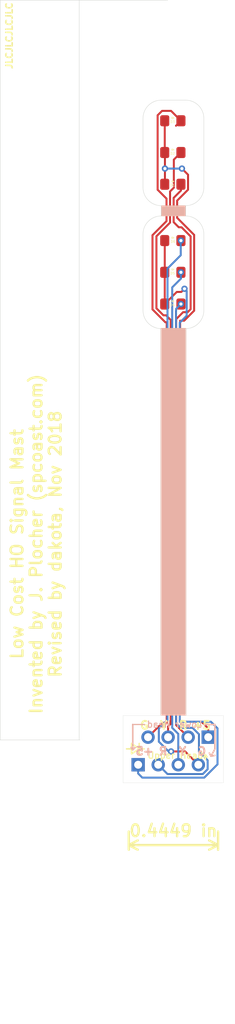
<source format=kicad_pcb>
(kicad_pcb (version 20171130) (host pcbnew "(5.0.0)")

  (general
    (thickness 1.6)
    (drawings 74)
    (tracks 122)
    (zones 0)
    (modules 8)
    (nets 9)
  )

  (page A4)
  (layers
    (0 F.Cu signal)
    (31 B.Cu signal)
    (32 B.Adhes user)
    (33 F.Adhes user)
    (34 B.Paste user)
    (35 F.Paste user)
    (36 B.SilkS user hide)
    (37 F.SilkS user)
    (38 B.Mask user)
    (39 F.Mask user)
    (40 Dwgs.User user)
    (41 Cmts.User user)
    (42 Eco1.User user)
    (43 Eco2.User user)
    (44 Edge.Cuts user)
    (45 Margin user)
    (46 B.CrtYd user)
    (47 F.CrtYd user)
    (48 B.Fab user)
    (49 F.Fab user hide)
  )

  (setup
    (last_trace_width 0.25)
    (trace_clearance 0.2)
    (zone_clearance 0.508)
    (zone_45_only no)
    (trace_min 0.2)
    (segment_width 0.2)
    (edge_width 0.0254)
    (via_size 0.8)
    (via_drill 0.4)
    (via_min_size 0.4)
    (via_min_drill 0.3)
    (uvia_size 0.3)
    (uvia_drill 0.1)
    (uvias_allowed no)
    (uvia_min_size 0.2)
    (uvia_min_drill 0.1)
    (pcb_text_width 0.3)
    (pcb_text_size 1.5 1.5)
    (mod_edge_width 0.15)
    (mod_text_size 1 1)
    (mod_text_width 0.15)
    (pad_size 1.524 1.524)
    (pad_drill 0.762)
    (pad_to_mask_clearance 0.2)
    (aux_axis_origin 0 0)
    (visible_elements 7FFFFFFF)
    (pcbplotparams
      (layerselection 0x012fc_ffffffff)
      (usegerberextensions true)
      (usegerberattributes false)
      (usegerberadvancedattributes false)
      (creategerberjobfile false)
      (excludeedgelayer true)
      (linewidth 0.100000)
      (plotframeref false)
      (viasonmask false)
      (mode 1)
      (useauxorigin false)
      (hpglpennumber 1)
      (hpglpenspeed 20)
      (hpglpendiameter 15.000000)
      (psnegative false)
      (psa4output false)
      (plotreference true)
      (plotvalue true)
      (plotinvisibletext false)
      (padsonsilk false)
      (subtractmaskfromsilk false)
      (outputformat 1)
      (mirror false)
      (drillshape 0)
      (scaleselection 1)
      (outputdirectory "gerber/"))
  )

  (net 0 "")
  (net 1 /RED1)
  (net 2 /+5V_1)
  (net 3 /YELLOW1)
  (net 4 /GREEN1)
  (net 5 /RED2)
  (net 6 /+5V_2)
  (net 7 /YELLOW2)
  (net 8 /GREEN2)

  (net_class Default "This is the default net class."
    (clearance 0.2)
    (trace_width 0.25)
    (via_dia 0.8)
    (via_drill 0.4)
    (uvia_dia 0.3)
    (uvia_drill 0.1)
    (add_net /+5V_1)
    (add_net /+5V_2)
    (add_net /GREEN1)
    (add_net /GREEN2)
    (add_net /RED1)
    (add_net /RED2)
    (add_net /YELLOW1)
    (add_net /YELLOW2)
  )

  (module dakota_footprints:LED_0805_HandSolder_Pretty (layer F.Cu) (tedit 5BF1C5E0) (tstamp 5C157439)
    (at 36.9 97.35 180)
    (descr "LED SMD 0805 (2012 Metric), square (rectangular) end terminal, IPC_7351 nominal, (Body size source: https://docs.google.com/spreadsheets/d/1BsfQQcO9C6DZCsRaXUlFlo91Tg2WpOkGARC1WS5S8t0/edit?usp=sharing), generated with kicad-footprint-generator")
    (tags "LED handsolder")
    (path /5BF0CC68)
    (attr smd)
    (fp_text reference D4 (at 0.0508 -0.127 180) (layer F.SilkS)
      (effects (font (size 0.3 0.3) (thickness 0.05)))
    )
    (fp_text value LED (at 0 1.65 180) (layer F.Fab)
      (effects (font (size 1 1) (thickness 0.15)))
    )
    (fp_line (start 0.1016 0.3556) (end 0.2032 0.3556) (layer F.SilkS) (width 0.05))
    (fp_line (start -0.0762 0.3556) (end -0.0762 0.254) (layer F.SilkS) (width 0.05))
    (fp_line (start -0.0762 0.3556) (end -0.0762 0.4572) (layer F.SilkS) (width 0.05))
    (fp_line (start -0.0762 0.3556) (end -0.1778 0.3556) (layer F.SilkS) (width 0.05))
    (fp_line (start 0.1016 0.4826) (end -0.0762 0.3556) (layer F.SilkS) (width 0.05))
    (fp_line (start 0.1016 0.2286) (end -0.0762 0.3556) (layer F.SilkS) (width 0.05))
    (fp_line (start 0.1016 0.4826) (end 0.1016 0.2286) (layer F.SilkS) (width 0.05))
    (fp_text user %R (at 0.127 -1.3462 180) (layer F.Fab)
      (effects (font (size 0.5 0.5) (thickness 0.08)))
    )
    (fp_line (start 1.85 0.95) (end -1.85 0.95) (layer F.CrtYd) (width 0.05))
    (fp_line (start 1.85 -0.95) (end 1.85 0.95) (layer F.CrtYd) (width 0.05))
    (fp_line (start -1.85 -0.95) (end 1.85 -0.95) (layer F.CrtYd) (width 0.05))
    (fp_line (start -1.85 0.95) (end -1.85 -0.95) (layer F.CrtYd) (width 0.05))
    (fp_line (start 1 0.6) (end 1 -0.6) (layer F.Fab) (width 0.1))
    (fp_line (start -1 0.6) (end 1 0.6) (layer F.Fab) (width 0.1))
    (fp_line (start -1 -0.3) (end -1 0.6) (layer F.Fab) (width 0.1))
    (fp_line (start -0.7 -0.6) (end -1 -0.3) (layer F.Fab) (width 0.1))
    (fp_line (start 1 -0.6) (end -0.7 -0.6) (layer F.Fab) (width 0.1))
    (pad 2 smd roundrect (at 1.025 0 180) (size 1.15 1.4) (layers F.Cu F.Paste F.Mask) (roundrect_rratio 0.217391)
      (net 6 /+5V_2))
    (pad 1 smd roundrect (at -1.025 0 180) (size 1.15 1.4) (layers F.Cu F.Paste F.Mask) (roundrect_rratio 0.217391)
      (net 5 /RED2))
    (model ${KISYS3DMOD}/LED_SMD.3dshapes/LED_0805_2012Metric.wrl
      (at (xyz 0 0 0))
      (scale (xyz 1 1 1))
      (rotate (xyz 0 0 0))
    )
  )

  (module dakota_footprints:LED_0805_HandSolder_Pretty (layer F.Cu) (tedit 5BF1C5E0) (tstamp 5BF43D63)
    (at 36.9 74.25 180)
    (descr "LED SMD 0805 (2012 Metric), square (rectangular) end terminal, IPC_7351 nominal, (Body size source: https://docs.google.com/spreadsheets/d/1BsfQQcO9C6DZCsRaXUlFlo91Tg2WpOkGARC1WS5S8t0/edit?usp=sharing), generated with kicad-footprint-generator")
    (tags "LED handsolder")
    (path /5BF0BA44)
    (attr smd)
    (fp_text reference D3 (at 0.0508 -0.127 180) (layer F.SilkS)
      (effects (font (size 0.3 0.3) (thickness 0.05)))
    )
    (fp_text value LED (at 0 1.65 180) (layer F.Fab)
      (effects (font (size 1 1) (thickness 0.15)))
    )
    (fp_line (start 1 -0.6) (end -0.7 -0.6) (layer F.Fab) (width 0.1))
    (fp_line (start -0.7 -0.6) (end -1 -0.3) (layer F.Fab) (width 0.1))
    (fp_line (start -1 -0.3) (end -1 0.6) (layer F.Fab) (width 0.1))
    (fp_line (start -1 0.6) (end 1 0.6) (layer F.Fab) (width 0.1))
    (fp_line (start 1 0.6) (end 1 -0.6) (layer F.Fab) (width 0.1))
    (fp_line (start -1.85 0.95) (end -1.85 -0.95) (layer F.CrtYd) (width 0.05))
    (fp_line (start -1.85 -0.95) (end 1.85 -0.95) (layer F.CrtYd) (width 0.05))
    (fp_line (start 1.85 -0.95) (end 1.85 0.95) (layer F.CrtYd) (width 0.05))
    (fp_line (start 1.85 0.95) (end -1.85 0.95) (layer F.CrtYd) (width 0.05))
    (fp_text user %R (at 0.127 -1.3462 180) (layer F.Fab)
      (effects (font (size 0.5 0.5) (thickness 0.08)))
    )
    (fp_line (start 0.1016 0.4826) (end 0.1016 0.2286) (layer F.SilkS) (width 0.05))
    (fp_line (start 0.1016 0.2286) (end -0.0762 0.3556) (layer F.SilkS) (width 0.05))
    (fp_line (start 0.1016 0.4826) (end -0.0762 0.3556) (layer F.SilkS) (width 0.05))
    (fp_line (start -0.0762 0.3556) (end -0.1778 0.3556) (layer F.SilkS) (width 0.05))
    (fp_line (start -0.0762 0.3556) (end -0.0762 0.4572) (layer F.SilkS) (width 0.05))
    (fp_line (start -0.0762 0.3556) (end -0.0762 0.254) (layer F.SilkS) (width 0.05))
    (fp_line (start 0.1016 0.3556) (end 0.2032 0.3556) (layer F.SilkS) (width 0.05))
    (pad 1 smd roundrect (at -1.025 0 180) (size 1.15 1.4) (layers F.Cu F.Paste F.Mask) (roundrect_rratio 0.217391)
      (net 4 /GREEN1))
    (pad 2 smd roundrect (at 1.025 0 180) (size 1.15 1.4) (layers F.Cu F.Paste F.Mask) (roundrect_rratio 0.217391)
      (net 2 /+5V_1))
    (model ${KISYS3DMOD}/LED_SMD.3dshapes/LED_0805_2012Metric.wrl
      (at (xyz 0 0 0))
      (scale (xyz 1 1 1))
      (rotate (xyz 0 0 0))
    )
  )

  (module dakota_footprints:LED_0805_HandSolder_Pretty (layer F.Cu) (tedit 5BF1C5E0) (tstamp 5C15720C)
    (at 36.9 82.25 180)
    (descr "LED SMD 0805 (2012 Metric), square (rectangular) end terminal, IPC_7351 nominal, (Body size source: https://docs.google.com/spreadsheets/d/1BsfQQcO9C6DZCsRaXUlFlo91Tg2WpOkGARC1WS5S8t0/edit?usp=sharing), generated with kicad-footprint-generator")
    (tags "LED handsolder")
    (path /5BF0B96A)
    (attr smd)
    (fp_text reference D1 (at 0.0508 -0.127 180) (layer F.SilkS)
      (effects (font (size 0.3 0.3) (thickness 0.05)))
    )
    (fp_text value LED (at 0 1.65 180) (layer F.Fab)
      (effects (font (size 1 1) (thickness 0.15)))
    )
    (fp_line (start 0.1016 0.3556) (end 0.2032 0.3556) (layer F.SilkS) (width 0.05))
    (fp_line (start -0.0762 0.3556) (end -0.0762 0.254) (layer F.SilkS) (width 0.05))
    (fp_line (start -0.0762 0.3556) (end -0.0762 0.4572) (layer F.SilkS) (width 0.05))
    (fp_line (start -0.0762 0.3556) (end -0.1778 0.3556) (layer F.SilkS) (width 0.05))
    (fp_line (start 0.1016 0.4826) (end -0.0762 0.3556) (layer F.SilkS) (width 0.05))
    (fp_line (start 0.1016 0.2286) (end -0.0762 0.3556) (layer F.SilkS) (width 0.05))
    (fp_line (start 0.1016 0.4826) (end 0.1016 0.2286) (layer F.SilkS) (width 0.05))
    (fp_text user %R (at 0.127 -1.3462 180) (layer F.Fab)
      (effects (font (size 0.5 0.5) (thickness 0.08)))
    )
    (fp_line (start 1.85 0.95) (end -1.85 0.95) (layer F.CrtYd) (width 0.05))
    (fp_line (start 1.85 -0.95) (end 1.85 0.95) (layer F.CrtYd) (width 0.05))
    (fp_line (start -1.85 -0.95) (end 1.85 -0.95) (layer F.CrtYd) (width 0.05))
    (fp_line (start -1.85 0.95) (end -1.85 -0.95) (layer F.CrtYd) (width 0.05))
    (fp_line (start 1 0.6) (end 1 -0.6) (layer F.Fab) (width 0.1))
    (fp_line (start -1 0.6) (end 1 0.6) (layer F.Fab) (width 0.1))
    (fp_line (start -1 -0.3) (end -1 0.6) (layer F.Fab) (width 0.1))
    (fp_line (start -0.7 -0.6) (end -1 -0.3) (layer F.Fab) (width 0.1))
    (fp_line (start 1 -0.6) (end -0.7 -0.6) (layer F.Fab) (width 0.1))
    (pad 2 smd roundrect (at 1.025 0 180) (size 1.15 1.4) (layers F.Cu F.Paste F.Mask) (roundrect_rratio 0.217391)
      (net 2 /+5V_1))
    (pad 1 smd roundrect (at -1.025 0 180) (size 1.15 1.4) (layers F.Cu F.Paste F.Mask) (roundrect_rratio 0.217391)
      (net 1 /RED1))
    (model ${KISYS3DMOD}/LED_SMD.3dshapes/LED_0805_2012Metric.wrl
      (at (xyz 0 0 0))
      (scale (xyz 1 1 1))
      (rotate (xyz 0 0 0))
    )
  )

  (module dakota_footprints:PinHeader_1x04_P2.54mm_Horizontal_Unmarked (layer F.Cu) (tedit 5BF35F4D) (tstamp 5BF43E11)
    (at 41.3804 151.95 270)
    (descr "Through hole angled pin header, 1x04, 2.54mm pitch, 6mm pin length, single row")
    (tags "Through hole angled pin header THT 1x04 2.54mm single row")
    (path /5BF0ADCE)
    (fp_text reference J1 (at 7.6 4.055 270) (layer F.SilkS) hide
      (effects (font (size 1 1) (thickness 0.15)))
    )
    (fp_text value Conn_01x04_Male (at 13.95 7.53 270) (layer F.Fab) hide
      (effects (font (size 1 1) (thickness 0.15)))
    )
    (fp_line (start -0.32 -0.32) (end 1.5 -0.32) (layer F.Fab) (width 0.1))
    (fp_line (start -0.32 -0.32) (end -0.32 0.32) (layer F.Fab) (width 0.1))
    (fp_line (start -0.32 0.32) (end 1.5 0.32) (layer F.Fab) (width 0.1))
    (fp_line (start -0.32 2.22) (end 1.5 2.22) (layer F.Fab) (width 0.1))
    (fp_line (start -0.32 2.22) (end -0.32 2.86) (layer F.Fab) (width 0.1))
    (fp_line (start -0.32 2.86) (end 1.5 2.86) (layer F.Fab) (width 0.1))
    (fp_line (start -0.32 4.76) (end 1.5 4.76) (layer F.Fab) (width 0.1))
    (fp_line (start -0.32 4.76) (end -0.32 5.4) (layer F.Fab) (width 0.1))
    (fp_line (start -0.32 5.4) (end 1.5 5.4) (layer F.Fab) (width 0.1))
    (fp_line (start -0.32 7.3) (end 1.5 7.3) (layer F.Fab) (width 0.1))
    (fp_line (start -0.32 7.3) (end -0.32 7.94) (layer F.Fab) (width 0.1))
    (fp_line (start -0.32 7.94) (end 1.5 7.94) (layer F.Fab) (width 0.1))
    (pad 1 thru_hole rect (at 0 0 270) (size 1.7 1.7) (drill 1) (layers *.Cu *.Mask)
      (net 2 /+5V_1))
    (pad 2 thru_hole oval (at 0 2.54 270) (size 1.7 1.7) (drill 1) (layers *.Cu *.Mask)
      (net 1 /RED1))
    (pad 3 thru_hole oval (at 0 5.08 270) (size 1.7 1.7) (drill 1) (layers *.Cu *.Mask)
      (net 3 /YELLOW1))
    (pad 4 thru_hole oval (at 0 7.62 270) (size 1.7 1.7) (drill 1) (layers *.Cu *.Mask)
      (net 4 /GREEN1))
    (model ${KISYS3DMOD}/Connector_PinHeader_2.54mm.3dshapes/PinHeader_1x04_P2.54mm_Horizontal.wrl
      (at (xyz 0 0 0))
      (scale (xyz 1 1 1))
      (rotate (xyz 0 0 0))
    )
  )

  (module dakota_footprints:PinHeader_1x04_P2.54mm_Horizontal_Unmarked (layer B.Cu) (tedit 5BF35F4D) (tstamp 5BF43DFE)
    (at 32.5104 155.425 270)
    (descr "Through hole angled pin header, 1x04, 2.54mm pitch, 6mm pin length, single row")
    (tags "Through hole angled pin header THT 1x04 2.54mm single row")
    (path /5BF0CC5D)
    (fp_text reference J2 (at 6 -3.415 270) (layer B.SilkS) hide
      (effects (font (size 1 1) (thickness 0.15)) (justify mirror))
    )
    (fp_text value Conn_01x04_Male (at 10.975 -7.49 270) (layer B.Fab) hide
      (effects (font (size 1 1) (thickness 0.15)) (justify mirror))
    )
    (fp_line (start -0.32 0.32) (end 1.5 0.32) (layer B.Fab) (width 0.1))
    (fp_line (start -0.32 0.32) (end -0.32 -0.32) (layer B.Fab) (width 0.1))
    (fp_line (start -0.32 -0.32) (end 1.5 -0.32) (layer B.Fab) (width 0.1))
    (fp_line (start -0.32 -2.22) (end 1.5 -2.22) (layer B.Fab) (width 0.1))
    (fp_line (start -0.32 -2.22) (end -0.32 -2.86) (layer B.Fab) (width 0.1))
    (fp_line (start -0.32 -2.86) (end 1.5 -2.86) (layer B.Fab) (width 0.1))
    (fp_line (start -0.32 -4.76) (end 1.5 -4.76) (layer B.Fab) (width 0.1))
    (fp_line (start -0.32 -4.76) (end -0.32 -5.4) (layer B.Fab) (width 0.1))
    (fp_line (start -0.32 -5.4) (end 1.5 -5.4) (layer B.Fab) (width 0.1))
    (fp_line (start -0.32 -7.3) (end 1.5 -7.3) (layer B.Fab) (width 0.1))
    (fp_line (start -0.32 -7.3) (end -0.32 -7.94) (layer B.Fab) (width 0.1))
    (fp_line (start -0.32 -7.94) (end 1.5 -7.94) (layer B.Fab) (width 0.1))
    (pad 1 thru_hole rect (at 0 0 270) (size 1.7 1.7) (drill 1) (layers *.Cu *.Mask)
      (net 6 /+5V_2))
    (pad 2 thru_hole oval (at 0 -2.54 270) (size 1.7 1.7) (drill 1) (layers *.Cu *.Mask)
      (net 5 /RED2))
    (pad 3 thru_hole oval (at 0 -5.08 270) (size 1.7 1.7) (drill 1) (layers *.Cu *.Mask)
      (net 7 /YELLOW2))
    (pad 4 thru_hole oval (at 0 -7.62 270) (size 1.7 1.7) (drill 1) (layers *.Cu *.Mask)
      (net 8 /GREEN2))
    (model ${KISYS3DMOD}/Connector_PinHeader_2.54mm.3dshapes/PinHeader_1x04_P2.54mm_Horizontal.wrl
      (at (xyz 0 0 0))
      (scale (xyz 1 1 1))
      (rotate (xyz 0 0 0))
    )
  )

  (module dakota_footprints:LED_0805_HandSolder_Pretty (layer F.Cu) (tedit 5BF1C5E0) (tstamp 5BF43D4D)
    (at 36.9 89.35 180)
    (descr "LED SMD 0805 (2012 Metric), square (rectangular) end terminal, IPC_7351 nominal, (Body size source: https://docs.google.com/spreadsheets/d/1BsfQQcO9C6DZCsRaXUlFlo91Tg2WpOkGARC1WS5S8t0/edit?usp=sharing), generated with kicad-footprint-generator")
    (tags "LED handsolder")
    (path /5BF0CC74)
    (attr smd)
    (fp_text reference D6 (at -0.025 -0.127 180) (layer F.SilkS)
      (effects (font (size 0.3 0.3) (thickness 0.05)))
    )
    (fp_text value LED (at 0 1.65 180) (layer F.Fab)
      (effects (font (size 1 1) (thickness 0.15)))
    )
    (fp_line (start 1 -0.6) (end -0.7 -0.6) (layer F.Fab) (width 0.1))
    (fp_line (start -0.7 -0.6) (end -1 -0.3) (layer F.Fab) (width 0.1))
    (fp_line (start -1 -0.3) (end -1 0.6) (layer F.Fab) (width 0.1))
    (fp_line (start -1 0.6) (end 1 0.6) (layer F.Fab) (width 0.1))
    (fp_line (start 1 0.6) (end 1 -0.6) (layer F.Fab) (width 0.1))
    (fp_line (start -1.85 0.95) (end -1.85 -0.95) (layer F.CrtYd) (width 0.05))
    (fp_line (start -1.85 -0.95) (end 1.85 -0.95) (layer F.CrtYd) (width 0.05))
    (fp_line (start 1.85 -0.95) (end 1.85 0.95) (layer F.CrtYd) (width 0.05))
    (fp_line (start 1.85 0.95) (end -1.85 0.95) (layer F.CrtYd) (width 0.05))
    (fp_text user %R (at 0.127 -1.3462 180) (layer F.Fab)
      (effects (font (size 0.5 0.5) (thickness 0.08)))
    )
    (fp_line (start 0.1016 0.4826) (end 0.1016 0.2286) (layer F.SilkS) (width 0.05))
    (fp_line (start 0.1016 0.2286) (end -0.0762 0.3556) (layer F.SilkS) (width 0.05))
    (fp_line (start 0.1016 0.4826) (end -0.0762 0.3556) (layer F.SilkS) (width 0.05))
    (fp_line (start -0.0762 0.3556) (end -0.1778 0.3556) (layer F.SilkS) (width 0.05))
    (fp_line (start -0.0762 0.3556) (end -0.0762 0.4572) (layer F.SilkS) (width 0.05))
    (fp_line (start -0.0762 0.3556) (end -0.0762 0.254) (layer F.SilkS) (width 0.05))
    (fp_line (start 0.1016 0.3556) (end 0.2032 0.3556) (layer F.SilkS) (width 0.05))
    (pad 1 smd roundrect (at -1.025 0 180) (size 1.15 1.4) (layers F.Cu F.Paste F.Mask) (roundrect_rratio 0.217391)
      (net 8 /GREEN2))
    (pad 2 smd roundrect (at 1.025 0 180) (size 1.15 1.4) (layers F.Cu F.Paste F.Mask) (roundrect_rratio 0.217391)
      (net 6 /+5V_2))
    (model ${KISYS3DMOD}/LED_SMD.3dshapes/LED_0805_2012Metric.wrl
      (at (xyz 0 0 0))
      (scale (xyz 1 1 1))
      (rotate (xyz 0 0 0))
    )
  )

  (module dakota_footprints:LED_0805_HandSolder_Pretty (layer F.Cu) (tedit 5BF1C5E0) (tstamp 5BF43D37)
    (at 36.9 78.25 180)
    (descr "LED SMD 0805 (2012 Metric), square (rectangular) end terminal, IPC_7351 nominal, (Body size source: https://docs.google.com/spreadsheets/d/1BsfQQcO9C6DZCsRaXUlFlo91Tg2WpOkGARC1WS5S8t0/edit?usp=sharing), generated with kicad-footprint-generator")
    (tags "LED handsolder")
    (path /5BF0BA14)
    (attr smd)
    (fp_text reference D2 (at 0.0508 -0.127 180) (layer F.SilkS)
      (effects (font (size 0.3 0.3) (thickness 0.05)))
    )
    (fp_text value LED (at 0 1.65 180) (layer F.Fab)
      (effects (font (size 1 1) (thickness 0.15)))
    )
    (fp_line (start 1 -0.6) (end -0.7 -0.6) (layer F.Fab) (width 0.1))
    (fp_line (start -0.7 -0.6) (end -1 -0.3) (layer F.Fab) (width 0.1))
    (fp_line (start -1 -0.3) (end -1 0.6) (layer F.Fab) (width 0.1))
    (fp_line (start -1 0.6) (end 1 0.6) (layer F.Fab) (width 0.1))
    (fp_line (start 1 0.6) (end 1 -0.6) (layer F.Fab) (width 0.1))
    (fp_line (start -1.85 0.95) (end -1.85 -0.95) (layer F.CrtYd) (width 0.05))
    (fp_line (start -1.85 -0.95) (end 1.85 -0.95) (layer F.CrtYd) (width 0.05))
    (fp_line (start 1.85 -0.95) (end 1.85 0.95) (layer F.CrtYd) (width 0.05))
    (fp_line (start 1.85 0.95) (end -1.85 0.95) (layer F.CrtYd) (width 0.05))
    (fp_text user %R (at 0.127 -1.3462 180) (layer F.Fab)
      (effects (font (size 0.5 0.5) (thickness 0.08)))
    )
    (fp_line (start 0.1016 0.4826) (end 0.1016 0.2286) (layer F.SilkS) (width 0.05))
    (fp_line (start 0.1016 0.2286) (end -0.0762 0.3556) (layer F.SilkS) (width 0.05))
    (fp_line (start 0.1016 0.4826) (end -0.0762 0.3556) (layer F.SilkS) (width 0.05))
    (fp_line (start -0.0762 0.3556) (end -0.1778 0.3556) (layer F.SilkS) (width 0.05))
    (fp_line (start -0.0762 0.3556) (end -0.0762 0.4572) (layer F.SilkS) (width 0.05))
    (fp_line (start -0.0762 0.3556) (end -0.0762 0.254) (layer F.SilkS) (width 0.05))
    (fp_line (start 0.1016 0.3556) (end 0.2032 0.3556) (layer F.SilkS) (width 0.05))
    (pad 1 smd roundrect (at -1.025 0 180) (size 1.15 1.4) (layers F.Cu F.Paste F.Mask) (roundrect_rratio 0.217391)
      (net 3 /YELLOW1))
    (pad 2 smd roundrect (at 1.025 0 180) (size 1.15 1.4) (layers F.Cu F.Paste F.Mask) (roundrect_rratio 0.217391)
      (net 2 /+5V_1))
    (model ${KISYS3DMOD}/LED_SMD.3dshapes/LED_0805_2012Metric.wrl
      (at (xyz 0 0 0))
      (scale (xyz 1 1 1))
      (rotate (xyz 0 0 0))
    )
  )

  (module dakota_footprints:LED_0805_HandSolder_Pretty (layer F.Cu) (tedit 5BF1C5E0) (tstamp 5BF43D0B)
    (at 36.9 93.35 180)
    (descr "LED SMD 0805 (2012 Metric), square (rectangular) end terminal, IPC_7351 nominal, (Body size source: https://docs.google.com/spreadsheets/d/1BsfQQcO9C6DZCsRaXUlFlo91Tg2WpOkGARC1WS5S8t0/edit?usp=sharing), generated with kicad-footprint-generator")
    (tags "LED handsolder")
    (path /5BF0CC6E)
    (attr smd)
    (fp_text reference D5 (at 0.0508 -0.127 180) (layer F.SilkS)
      (effects (font (size 0.3 0.3) (thickness 0.05)))
    )
    (fp_text value LED (at 0 1.65 180) (layer F.Fab)
      (effects (font (size 1 1) (thickness 0.15)))
    )
    (fp_line (start 1 -0.6) (end -0.7 -0.6) (layer F.Fab) (width 0.1))
    (fp_line (start -0.7 -0.6) (end -1 -0.3) (layer F.Fab) (width 0.1))
    (fp_line (start -1 -0.3) (end -1 0.6) (layer F.Fab) (width 0.1))
    (fp_line (start -1 0.6) (end 1 0.6) (layer F.Fab) (width 0.1))
    (fp_line (start 1 0.6) (end 1 -0.6) (layer F.Fab) (width 0.1))
    (fp_line (start -1.85 0.95) (end -1.85 -0.95) (layer F.CrtYd) (width 0.05))
    (fp_line (start -1.85 -0.95) (end 1.85 -0.95) (layer F.CrtYd) (width 0.05))
    (fp_line (start 1.85 -0.95) (end 1.85 0.95) (layer F.CrtYd) (width 0.05))
    (fp_line (start 1.85 0.95) (end -1.85 0.95) (layer F.CrtYd) (width 0.05))
    (fp_text user %R (at 0.127 -1.3462 180) (layer F.Fab)
      (effects (font (size 0.5 0.5) (thickness 0.08)))
    )
    (fp_line (start 0.1016 0.4826) (end 0.1016 0.2286) (layer F.SilkS) (width 0.05))
    (fp_line (start 0.1016 0.2286) (end -0.0762 0.3556) (layer F.SilkS) (width 0.05))
    (fp_line (start 0.1016 0.4826) (end -0.0762 0.3556) (layer F.SilkS) (width 0.05))
    (fp_line (start -0.0762 0.3556) (end -0.1778 0.3556) (layer F.SilkS) (width 0.05))
    (fp_line (start -0.0762 0.3556) (end -0.0762 0.4572) (layer F.SilkS) (width 0.05))
    (fp_line (start -0.0762 0.3556) (end -0.0762 0.254) (layer F.SilkS) (width 0.05))
    (fp_line (start 0.1016 0.3556) (end 0.2032 0.3556) (layer F.SilkS) (width 0.05))
    (pad 1 smd roundrect (at -1.025 0 180) (size 1.15 1.4) (layers F.Cu F.Paste F.Mask) (roundrect_rratio 0.217391)
      (net 7 /YELLOW2))
    (pad 2 smd roundrect (at 1.025 0 180) (size 1.15 1.4) (layers F.Cu F.Paste F.Mask) (roundrect_rratio 0.217391)
      (net 6 /+5V_2))
    (model ${KISYS3DMOD}/LED_SMD.3dshapes/LED_0805_2012Metric.wrl
      (at (xyz 0 0 0))
      (scale (xyz 1 1 1))
      (rotate (xyz 0 0 0))
    )
  )

  (gr_line (start 32.65 152.75) (end 32.65 154.05) (layer F.SilkS) (width 0.2))
  (gr_line (start 32.6 153.425) (end 33.25 153.425) (layer F.SilkS) (width 0.2))
  (gr_line (start 31.675 153.425) (end 31.05 153.425) (layer F.SilkS) (width 0.2))
  (gr_line (start 32.65 153.425) (end 31.725 152.775) (layer F.SilkS) (width 0.2))
  (gr_line (start 31.675 154.05) (end 32.65 153.425) (layer F.SilkS) (width 0.2))
  (gr_line (start 31.675 152.75) (end 31.675 154.05) (layer F.SilkS) (width 0.2))
  (gr_line (start 38.525 149.225) (end 38.525 149.15) (layer Edge.Cuts) (width 0.0254))
  (gr_line (start 43.3 149.225) (end 38.525 149.225) (layer Edge.Cuts) (width 0.0254))
  (gr_line (start 35.425 149.225) (end 35.425 149.15) (layer Edge.Cuts) (width 0.0254))
  (gr_line (start 30.6 149.225) (end 35.425 149.225) (layer Edge.Cuts) (width 0.0254))
  (gr_line (start 30.6 157.7) (end 30.6 149.225) (layer Edge.Cuts) (width 0.0254))
  (gr_line (start 43.3 157.7) (end 30.6 157.7) (layer Edge.Cuts) (width 0.0254))
  (gr_line (start 43.3 149.225) (end 43.3 157.7) (layer Edge.Cuts) (width 0.0254))
  (dimension 11.3 (width 0.3) (layer F.SilkS)
    (gr_text "0.4449 in" (at 36.975 167.65) (layer F.SilkS)
      (effects (font (size 1.5 1.5) (thickness 0.3)))
    )
    (feature1 (pts (xy 42.625 163.85) (xy 42.625 166.136421)))
    (feature2 (pts (xy 31.325 163.85) (xy 31.325 166.136421)))
    (crossbar (pts (xy 31.325 165.55) (xy 42.625 165.55)))
    (arrow1a (pts (xy 42.625 165.55) (xy 41.498496 166.136421)))
    (arrow1b (pts (xy 42.625 165.55) (xy 41.498496 164.963579)))
    (arrow2a (pts (xy 31.325 165.55) (xy 32.451504 166.136421)))
    (arrow2b (pts (xy 31.325 165.55) (xy 32.451504 164.963579)))
  )
  (gr_text "Low Cost HO Signal Mast\nInvented by J. Plocher (spcoast.com)\nRevised by dakota, Nov 2018" (at 19.6 127.6 90) (layer F.SilkS)
    (effects (font (size 1.5 1.5) (thickness 0.3)))
  )
  (gr_text JLCJLCJLCJLC (at 16.2 63.525 90) (layer F.SilkS)
    (effects (font (size 0.81 0.81) (thickness 0.2)))
  )
  (gr_line (start 15.05 59.05) (end 25.05 59.05) (layer Edge.Cuts) (width 0.05))
  (gr_line (start 15.05 152.3) (end 15.05 59.05) (layer Edge.Cuts) (width 0.05) (tstamp 5BF4575D))
  (gr_line (start 25.05 152.3) (end 15.05 152.3) (layer Edge.Cuts) (width 0.05))
  (gr_text "CUT OUT" (at 36.9 68.2) (layer Cmts.User) (tstamp 5BF43FD2)
    (effects (font (size 1.5 1.5) (thickness 0.3)))
  )
  (gr_text "CUT OUT" (at 33.65 107.225 90) (layer Cmts.User) (tstamp 5BF43FC9)
    (effects (font (size 1.5 1.5) (thickness 0.3)))
  )
  (gr_text "CUT OUT" (at 40.55 108.825 90) (layer Cmts.User) (tstamp 5BF43FC7)
    (effects (font (size 1.5 1.5) (thickness 0.3)))
  )
  (gr_text "CUT OUT" (at 40.475 136.825 90) (layer Cmts.User) (tstamp 5BF43FC5)
    (effects (font (size 1.5 1.5) (thickness 0.3)))
  )
  (gr_text "CUT OUT" (at 33.4 138.9 90) (layer Cmts.User)
    (effects (font (size 1.5 1.5) (thickness 0.3)))
  )
  (gr_line (start 36.25 59.05) (end 25.05 59.05) (layer Edge.Cuts) (width 0.05) (tstamp 5BF43FC1))
  (gr_line (start 25.05 152.3) (end 25.05 59.05) (layer Edge.Cuts) (width 0.05) (tstamp 5BF43E25))
  (gr_text "<----- V SCORE ------->" (at 24.95 105.6 90) (layer Cmts.User) (tstamp 5BF43D09)
    (effects (font (size 1.5 1.5) (thickness 0.3)))
  )
  (gr_line (start 25.05 152.3) (end 25.15 152.3) (layer Edge.Cuts) (width 0.05) (tstamp 5BF43CFD))
  (gr_line (start 41.025 154.15) (end 41.225 154.45) (layer F.SilkS) (width 0.2) (tstamp 5BF43CFC))
  (gr_line (start 32.125 153.25) (end 31.825 153.55) (layer B.SilkS) (width 0.2) (tstamp 5BF43CFB))
  (gr_line (start 42.225 153.45) (end 41.725 154.35) (layer B.SilkS) (width 0.2) (tstamp 5BF43CFA))
  (gr_line (start 40.825 154.45) (end 41.025 154.25) (layer F.SilkS) (width 0.2) (tstamp 5BF43CF9))
  (gr_line (start 40.925 150.35) (end 42.225 150.35) (layer B.SilkS) (width 0.2) (tstamp 5BF43CF8))
  (gr_line (start 41.025 154.75) (end 41.025 154.15) (layer F.SilkS) (width 0.2) (tstamp 5BF43CF7))
  (gr_poly (pts (xy 38.525 149.15) (xy 35.425 149.15) (xy 35.425 100.45) (xy 38.525 100.45)) (layer F.SilkS) (width 0.15) (tstamp 5BF43CF6))
  (gr_line (start 40.825 82.65) (end 40.825 73.95) (layer Edge.Cuts) (width 0.05) (tstamp 5BF43CF5))
  (gr_line (start 33.325 150.35) (end 31.825 150.35) (layer B.SilkS) (width 0.15) (tstamp 5BF43CF4))
  (gr_line (start 31.825 150.35) (end 31.825 153.55) (layer B.SilkS) (width 0.2) (tstamp 5BF43CF3))
  (gr_line (start 31.825 153.55) (end 31.625 153.25) (layer B.SilkS) (width 0.2) (tstamp 5BF43CF2))
  (gr_line (start 31.825 153.55) (end 32.125 153.25) (layer B.SilkS) (width 0.2) (tstamp 5BF43CF1))
  (gr_line (start 41.725 154.35) (end 42.225 154.25) (layer B.SilkS) (width 0.2) (tstamp 5BF43CF0))
  (gr_poly (pts (xy 35.425 84.95) (xy 38.525 84.95) (xy 38.525 86.25) (xy 35.425 86.25)) (layer F.SilkS) (width 0.05) (tstamp 5BF43CEF))
  (gr_line (start 41.725 154.35) (end 41.525 153.95) (layer B.SilkS) (width 0.2) (tstamp 5BF43CEE))
  (gr_line (start 41.025 154.15) (end 40.825 154.45) (layer F.SilkS) (width 0.2) (tstamp 5BF43CED))
  (gr_line (start 38.525 71.65) (end 35.425 71.65) (layer Edge.Cuts) (width 0.05) (tstamp 5BF43CEC))
  (gr_line (start 33.125 73.95) (end 33.125 82.65) (layer Edge.Cuts) (width 0.05) (tstamp 5BF43CEB))
  (gr_poly (pts (xy 38.525 149.15) (xy 35.425 149.15) (xy 35.425 100.45) (xy 38.525 100.45)) (layer B.SilkS) (width 0.15) (tstamp 5BF43CE9))
  (gr_line (start 25.05 143.5) (end 25.05 152.3) (layer Edge.Cuts) (width 0.05) (tstamp 5BF43CE8))
  (gr_line (start 42.225 150.35) (end 42.225 153.45) (layer B.SilkS) (width 0.2) (tstamp 5BF43CE7))
  (gr_arc (start 38.525 73.95) (end 40.825 73.95) (angle -90) (layer Edge.Cuts) (width 0.05) (tstamp 5BF43CE6))
  (gr_line (start 38.525 149.15) (end 38.525 144.75) (layer Edge.Cuts) (width 0.05) (tstamp 5BF43CE5))
  (gr_line (start 38.525 144.75) (end 38.525 100.65) (layer Edge.Cuts) (width 0.05) (tstamp 5BF43CE3))
  (gr_line (start 35.425 100.45) (end 35.425 100.65) (layer Edge.Cuts) (width 0.05) (tstamp 5BF43CE1))
  (gr_line (start 38.525 84.95) (end 38.525 86.25) (layer Edge.Cuts) (width 0.05) (tstamp 5BF43CE0))
  (gr_line (start 35.425 84.95) (end 35.425 86.25) (layer Edge.Cuts) (width 0.05) (tstamp 5BF43CDF))
  (gr_arc (start 38.525 98.15) (end 38.525 100.45) (angle -90) (layer Edge.Cuts) (width 0.05) (tstamp 5BF43CDE))
  (gr_line (start 33.125 88.55) (end 33.125 98.15) (layer Edge.Cuts) (width 0.05) (tstamp 5BF43CDD))
  (gr_arc (start 38.525 88.55) (end 40.825 88.55) (angle -90) (layer Edge.Cuts) (width 0.05) (tstamp 5BF43CDC))
  (gr_line (start 35.425 149.15) (end 35.425 145.45) (layer Edge.Cuts) (width 0.05) (tstamp 5BF43CDB))
  (gr_line (start 38.525 100.65) (end 38.525 100.45) (layer Edge.Cuts) (width 0.05) (tstamp 5BF43CDA))
  (gr_arc (start 35.425 98.15) (end 33.125 98.15) (angle -90) (layer Edge.Cuts) (width 0.05) (tstamp 5BF43CD9))
  (gr_line (start 35.425 145.45) (end 35.425 100.65) (layer Edge.Cuts) (width 0.05) (tstamp 5BF43CD7))
  (gr_arc (start 38.525 82.65) (end 38.525 84.95) (angle -90) (layer Edge.Cuts) (width 0.05) (tstamp 5BF43CD6))
  (gr_line (start 40.825 98.15) (end 40.825 91.95) (layer Edge.Cuts) (width 0.05) (tstamp 5BF43CD4))
  (gr_line (start 40.825 91.95) (end 40.825 88.55) (layer Edge.Cuts) (width 0.05) (tstamp 5BF43CD3))
  (gr_arc (start 35.425 88.55) (end 35.425 86.25) (angle -90) (layer Edge.Cuts) (width 0.05) (tstamp 5BF43CD2))
  (gr_arc (start 35.425 73.95) (end 35.425 71.65) (angle -90) (layer Edge.Cuts) (width 0.05) (tstamp 5BF43CD1))
  (gr_arc (start 35.425 82.65) (end 33.125 82.65) (angle -90) (layer Edge.Cuts) (width 0.05) (tstamp 5BF43CD0))
  (gr_text "Lower Head" (at 37.125 150.35) (layer B.SilkS) (tstamp 5BF43CCF)
    (effects (font (size 0.8 0.8) (thickness 0.15)) (justify mirror))
  )
  (gr_text "G  Y  R +5" (at 37.225 150.45) (layer F.SilkS) (tstamp 5BF43CCE)
    (effects (font (size 1 1) (thickness 0.25)))
  )
  (gr_text "G  Y  R +5" (at 36.65 153.725) (layer B.SilkS) (tstamp 5BF43CCD)
    (effects (font (size 1 1) (thickness 0.25)) (justify mirror))
  )
  (gr_text "Upper Head" (at 37.225 154.25) (layer F.SilkS) (tstamp 5BF43CCC)
    (effects (font (size 0.8 0.8) (thickness 0.15)))
  )
  (gr_poly (pts (xy 35.425 84.95) (xy 38.525 84.95) (xy 38.525 86.25) (xy 35.425 86.25)) (layer B.SilkS) (width 0.05) (tstamp 5BF43CB4))
  (dimension 11.90042 (width 0.3) (layer Eco1.User)
    (gr_text "11.900 mm" (at 38.641427 189.422905 359.5185342) (layer Eco1.User)
      (effects (font (size 1.5 1.5) (thickness 0.3)))
    )
    (feature1 (pts (xy 44.640862 183.590054) (xy 44.604145 187.959379)))
    (feature2 (pts (xy 32.740862 183.490054) (xy 32.704145 187.859379)))
    (crossbar (pts (xy 32.709073 187.272979) (xy 44.609073 187.372979)))
    (arrow1a (pts (xy 44.609073 187.372979) (xy 43.477681 187.949913)))
    (arrow1b (pts (xy 44.609073 187.372979) (xy 43.487537 186.777113)))
    (arrow2a (pts (xy 32.709073 187.272979) (xy 33.830609 187.868845)))
    (arrow2b (pts (xy 32.709073 187.272979) (xy 33.840465 186.696045)))
  )

  (segment (start 37.325 99.25) (end 37.325 150.4346) (width 0.25) (layer F.Cu) (net 1))
  (segment (start 38.2 98.375) (end 37.325 99.25) (width 0.25) (layer F.Cu) (net 1))
  (segment (start 37.325 150.4346) (end 38.8404 151.95) (width 0.25) (layer F.Cu) (net 1))
  (segment (start 38.775 98.375) (end 38.2 98.375) (width 0.25) (layer F.Cu) (net 1))
  (segment (start 39.15 98) (end 38.775 98.375) (width 0.25) (layer F.Cu) (net 1))
  (segment (start 39.15 88.825) (end 39.15 98) (width 0.25) (layer F.Cu) (net 1))
  (segment (start 37.925 83.05) (end 37.00001 83.97499) (width 0.25) (layer F.Cu) (net 1))
  (segment (start 37.925 82.25) (end 37.925 83.05) (width 0.25) (layer F.Cu) (net 1))
  (segment (start 37.00001 83.97499) (end 37.00001 87.02501) (width 0.25) (layer F.Cu) (net 1))
  (segment (start 37.00001 87.02501) (end 37.65 87.675) (width 0.25) (layer F.Cu) (net 1))
  (segment (start 37.65 87.675) (end 38 87.675) (width 0.25) (layer F.Cu) (net 1))
  (segment (start 38 87.675) (end 39.15 88.825) (width 0.25) (layer F.Cu) (net 1))
  (via (at 38.05 80.275) (size 0.8) (drill 0.4) (layers F.Cu B.Cu) (net 2))
  (via (at 35.9 80.275) (size 0.8) (drill 0.4) (layers F.Cu B.Cu) (net 2))
  (segment (start 38.05 80.275) (end 35.9 80.275) (width 0.25) (layer B.Cu) (net 2))
  (segment (start 35.9 78.275) (end 35.875 78.25) (width 0.25) (layer F.Cu) (net 2))
  (segment (start 35.9 80.275) (end 35.9 78.275) (width 0.25) (layer F.Cu) (net 2))
  (segment (start 35.9 82.225) (end 35.875 82.25) (width 0.25) (layer F.Cu) (net 2))
  (segment (start 35.9 80.275) (end 35.9 82.225) (width 0.25) (layer F.Cu) (net 2))
  (segment (start 35.875 77.45) (end 35.875 74.25) (width 0.25) (layer F.Cu) (net 2))
  (segment (start 35.875 78.25) (end 35.875 77.45) (width 0.25) (layer F.Cu) (net 2))
  (segment (start 40.53041 150.00001) (end 41.3804 150.85) (width 0.25) (layer F.Cu) (net 2))
  (segment (start 37.77501 150.00001) (end 40.53041 150.00001) (width 0.25) (layer F.Cu) (net 2))
  (segment (start 37.77501 120.29999) (end 37.77501 150.00001) (width 0.25) (layer F.Cu) (net 2))
  (segment (start 37.825 120.25) (end 37.77501 120.29999) (width 0.25) (layer F.Cu) (net 2))
  (segment (start 37.825 99.45) (end 37.825 120.25) (width 0.25) (layer F.Cu) (net 2))
  (segment (start 38.33641 99.45) (end 37.825 99.45) (width 0.25) (layer F.Cu) (net 2))
  (segment (start 39.6 98.18641) (end 38.33641 99.45) (width 0.25) (layer F.Cu) (net 2))
  (segment (start 38.05 80.275) (end 38.82501 81.05001) (width 0.25) (layer F.Cu) (net 2))
  (segment (start 38.82501 81.05001) (end 38.82501 82.93818) (width 0.25) (layer F.Cu) (net 2))
  (segment (start 38.82501 82.93818) (end 37.45002 84.31317) (width 0.25) (layer F.Cu) (net 2))
  (segment (start 37.45002 84.31317) (end 37.45002 86.48861) (width 0.25) (layer F.Cu) (net 2))
  (segment (start 41.3804 150.85) (end 41.3804 151.95) (width 0.25) (layer F.Cu) (net 2))
  (segment (start 37.45002 86.48861) (end 39.6 88.63859) (width 0.25) (layer F.Cu) (net 2))
  (segment (start 39.6 88.63859) (end 39.6 98.18641) (width 0.25) (layer F.Cu) (net 2))
  (segment (start 36.625 150.275) (end 36.3004 150.5996) (width 0.25) (layer F.Cu) (net 3))
  (segment (start 36.625 99.35) (end 36.625 150.275) (width 0.25) (layer F.Cu) (net 3))
  (segment (start 36.05 98.775) (end 36.625 99.35) (width 0.25) (layer F.Cu) (net 3))
  (segment (start 34.825 97.88819) (end 35.71181 98.775) (width 0.25) (layer F.Cu) (net 3))
  (segment (start 37.02499 79.15001) (end 37.02499 82.6882) (width 0.25) (layer F.Cu) (net 3))
  (segment (start 35.71181 98.775) (end 36.05 98.775) (width 0.25) (layer F.Cu) (net 3))
  (segment (start 37.925 78.25) (end 37.02499 79.15001) (width 0.25) (layer F.Cu) (net 3))
  (segment (start 36.3004 150.5996) (end 36.3004 151.95) (width 0.25) (layer F.Cu) (net 3))
  (segment (start 36.55 83.16319) (end 36.55 87.08681) (width 0.25) (layer F.Cu) (net 3))
  (segment (start 36.55 87.08681) (end 34.825 88.81181) (width 0.25) (layer F.Cu) (net 3))
  (segment (start 37.02499 82.6882) (end 36.55 83.16319) (width 0.25) (layer F.Cu) (net 3))
  (segment (start 34.825 88.81181) (end 34.825 97.88819) (width 0.25) (layer F.Cu) (net 3))
  (segment (start 36.125 99.64998) (end 36.17499 99.59999) (width 0.25) (layer F.Cu) (net 4) (tstamp 5BF43D97))
  (segment (start 37.301628 74.873372) (end 37.925 74.25) (width 0.25) (layer F.Cu) (net 4))
  (segment (start 36.125 99.64998) (end 35.95038 99.64998) (width 0.25) (layer F.Cu) (net 4))
  (segment (start 35.95038 99.64998) (end 34.325 98.0246) (width 0.25) (layer F.Cu) (net 4))
  (segment (start 34.325 98.0246) (end 34.325 88.6754) (width 0.25) (layer F.Cu) (net 4))
  (segment (start 36.1 86.9004) (end 36.1 84.06319) (width 0.25) (layer F.Cu) (net 4))
  (segment (start 34.325 88.6754) (end 36.1 86.9004) (width 0.25) (layer F.Cu) (net 4))
  (segment (start 36.1 84.06319) (end 34.97499 82.93818) (width 0.25) (layer F.Cu) (net 4))
  (segment (start 34.97499 73.56182) (end 35.53681 73) (width 0.25) (layer F.Cu) (net 4))
  (segment (start 34.97499 82.93818) (end 34.97499 73.56182) (width 0.25) (layer F.Cu) (net 4))
  (segment (start 36.675 73) (end 37.925 74.25) (width 0.25) (layer F.Cu) (net 4))
  (segment (start 35.53681 73) (end 36.675 73) (width 0.25) (layer F.Cu) (net 4))
  (segment (start 35.57181 150.13859) (end 33.7604 151.95) (width 0.25) (layer F.Cu) (net 4))
  (segment (start 36.125 99.64998) (end 36.125 150.13859) (width 0.25) (layer F.Cu) (net 4))
  (segment (start 36.125 150.13859) (end 35.57181 150.13859) (width 0.25) (layer F.Cu) (net 4))
  (segment (start 37.925 89.35) (end 37.925 89.175306) (width 0.25) (layer F.Cu) (net 8) (tstamp 5BF43DE5) (status 30))
  (segment (start 37.77501 99.69999) (end 37.825 99.65) (width 0.25) (layer B.Cu) (net 6) (tstamp 5BF43DE8))
  (segment (start 37.77501 150.00001) (end 37.77501 99.69999) (width 0.25) (layer B.Cu) (net 6) (tstamp 5BF43DF3))
  (segment (start 37.925 93.35) (end 37.925 92.875) (width 0.25) (layer F.Cu) (net 7) (tstamp 5BF43DF5) (status 30))
  (segment (start 37.925 97.35) (end 37.925 96.775) (width 0.25) (layer F.Cu) (net 5) (tstamp 5BF43CC6) (status 30))
  (via (at 37.925 97.35) (size 0.8) (drill 0.4) (layers F.Cu B.Cu) (net 5))
  (segment (start 36.225401 156.600001) (end 35.900399 156.274999) (width 0.25) (layer B.Cu) (net 5))
  (segment (start 40.694401 156.600001) (end 36.225401 156.600001) (width 0.25) (layer B.Cu) (net 5))
  (segment (start 35.900399 156.274999) (end 35.0504 155.425) (width 0.25) (layer B.Cu) (net 5))
  (segment (start 41.305401 154.860999) (end 41.305401 155.989001) (width 0.25) (layer B.Cu) (net 5))
  (segment (start 41.305401 155.989001) (end 40.694401 156.600001) (width 0.25) (layer B.Cu) (net 5))
  (segment (start 40.205399 153.760997) (end 41.305401 154.860999) (width 0.25) (layer B.Cu) (net 5))
  (segment (start 39.404401 150.774999) (end 40.205399 151.575997) (width 0.25) (layer B.Cu) (net 5))
  (segment (start 40.205399 151.575997) (end 40.205399 153.760997) (width 0.25) (layer B.Cu) (net 5))
  (segment (start 37.899999 150.774999) (end 39.404401 150.774999) (width 0.25) (layer B.Cu) (net 5))
  (segment (start 37.3 150.175) (end 37.899999 150.774999) (width 0.25) (layer B.Cu) (net 5))
  (segment (start 37.3 98.2) (end 37.3 150.175) (width 0.25) (layer B.Cu) (net 5))
  (segment (start 37.325 97.95) (end 37.325 98.175) (width 0.25) (layer B.Cu) (net 5))
  (segment (start 37.325 98.175) (end 37.3 98.2) (width 0.25) (layer B.Cu) (net 5))
  (segment (start 37.925 97.35) (end 37.325 97.95) (width 0.25) (layer B.Cu) (net 5))
  (via (at 38.375 95.425) (size 0.8) (drill 0.4) (layers F.Cu B.Cu) (net 6))
  (segment (start 38.650001 95.700001) (end 38.375 95.425) (width 0.25) (layer B.Cu) (net 6))
  (segment (start 37.77501 99.69999) (end 38.650001 98.824999) (width 0.25) (layer B.Cu) (net 6))
  (segment (start 38.650001 98.824999) (end 38.650001 95.700001) (width 0.25) (layer B.Cu) (net 6))
  (segment (start 36.498372 96.726628) (end 35.875 97.35) (width 0.25) (layer F.Cu) (net 6))
  (segment (start 37.400001 95.824999) (end 36.498372 96.726628) (width 0.25) (layer F.Cu) (net 6))
  (segment (start 37.975001 95.824999) (end 37.400001 95.824999) (width 0.25) (layer F.Cu) (net 6))
  (segment (start 38.375 95.425) (end 37.975001 95.824999) (width 0.25) (layer F.Cu) (net 6))
  (segment (start 35.875 97.35) (end 35.875 93.35) (width 0.25) (layer F.Cu) (net 6))
  (segment (start 35.875 90.15) (end 35.875 93.35) (width 0.25) (layer F.Cu) (net 6))
  (segment (start 35.875 89.35) (end 35.875 90.15) (width 0.25) (layer F.Cu) (net 6))
  (segment (start 33.035411 157.050011) (end 32.5104 156.525) (width 0.25) (layer B.Cu) (net 6))
  (segment (start 42.555401 155.375411) (end 40.880801 157.050011) (width 0.25) (layer B.Cu) (net 6))
  (segment (start 32.5104 156.525) (end 32.5104 155.425) (width 0.25) (layer B.Cu) (net 6))
  (segment (start 42.555401 150.839999) (end 42.555401 155.375411) (width 0.25) (layer B.Cu) (net 6))
  (segment (start 40.880801 157.050011) (end 33.035411 157.050011) (width 0.25) (layer B.Cu) (net 6))
  (segment (start 41.715412 150.00001) (end 42.555401 150.839999) (width 0.25) (layer B.Cu) (net 6))
  (segment (start 37.77501 150.00001) (end 41.715412 150.00001) (width 0.25) (layer B.Cu) (net 6))
  (segment (start 37.875 93.4) (end 37.925 93.35) (width 0.25) (layer F.Cu) (net 7))
  (segment (start 37.875 93.4) (end 37.925 93.35) (width 0.25) (layer B.Cu) (net 7))
  (via (at 37.925 93.35) (size 0.8) (drill 0.4) (layers F.Cu B.Cu) (net 7))
  (segment (start 37.5904 154.222919) (end 37.5904 155.425) (width 0.25) (layer B.Cu) (net 7))
  (segment (start 37.5904 151.540399) (end 37.5904 154.222919) (width 0.25) (layer B.Cu) (net 7))
  (segment (start 36.825 150.774999) (end 37.5904 151.540399) (width 0.25) (layer B.Cu) (net 7))
  (segment (start 36.825 95.25) (end 36.825 150.774999) (width 0.25) (layer B.Cu) (net 7))
  (segment (start 37.925 94.15) (end 36.825 95.25) (width 0.25) (layer B.Cu) (net 7))
  (segment (start 37.925 93.35) (end 37.925 94.15) (width 0.25) (layer B.Cu) (net 7))
  (segment (start 37.9 89.375) (end 37.925 89.35) (width 0.25) (layer F.Cu) (net 8))
  (segment (start 36.225 92.875) (end 37.9 91.2) (width 0.25) (layer B.Cu) (net 8))
  (segment (start 37.9 89.375) (end 37.925 89.35) (width 0.25) (layer B.Cu) (net 8))
  (segment (start 37.9 91.2) (end 37.9 89.375) (width 0.25) (layer B.Cu) (net 8))
  (via (at 37.925 89.35) (size 0.8) (drill 0.4) (layers F.Cu B.Cu) (net 8))
  (segment (start 36.225 149.75) (end 36.225 92.875) (width 0.25) (layer B.Cu) (net 8))
  (via (at 36.675 153.75) (size 0.8) (drill 0.4) (layers F.Cu B.Cu) (net 8))
  (segment (start 36.361398 153.75) (end 36.675 153.75) (width 0.25) (layer B.Cu) (net 8))
  (segment (start 35.125399 152.514001) (end 36.361398 153.75) (width 0.25) (layer B.Cu) (net 8))
  (segment (start 36.225 149.75) (end 35.125399 150.849601) (width 0.25) (layer B.Cu) (net 8))
  (segment (start 35.125399 150.849601) (end 35.125399 152.514001) (width 0.25) (layer B.Cu) (net 8))
  (segment (start 38.4554 153.75) (end 40.1304 155.425) (width 0.25) (layer F.Cu) (net 8))
  (segment (start 36.675 153.75) (end 38.4554 153.75) (width 0.25) (layer F.Cu) (net 8))

)

</source>
